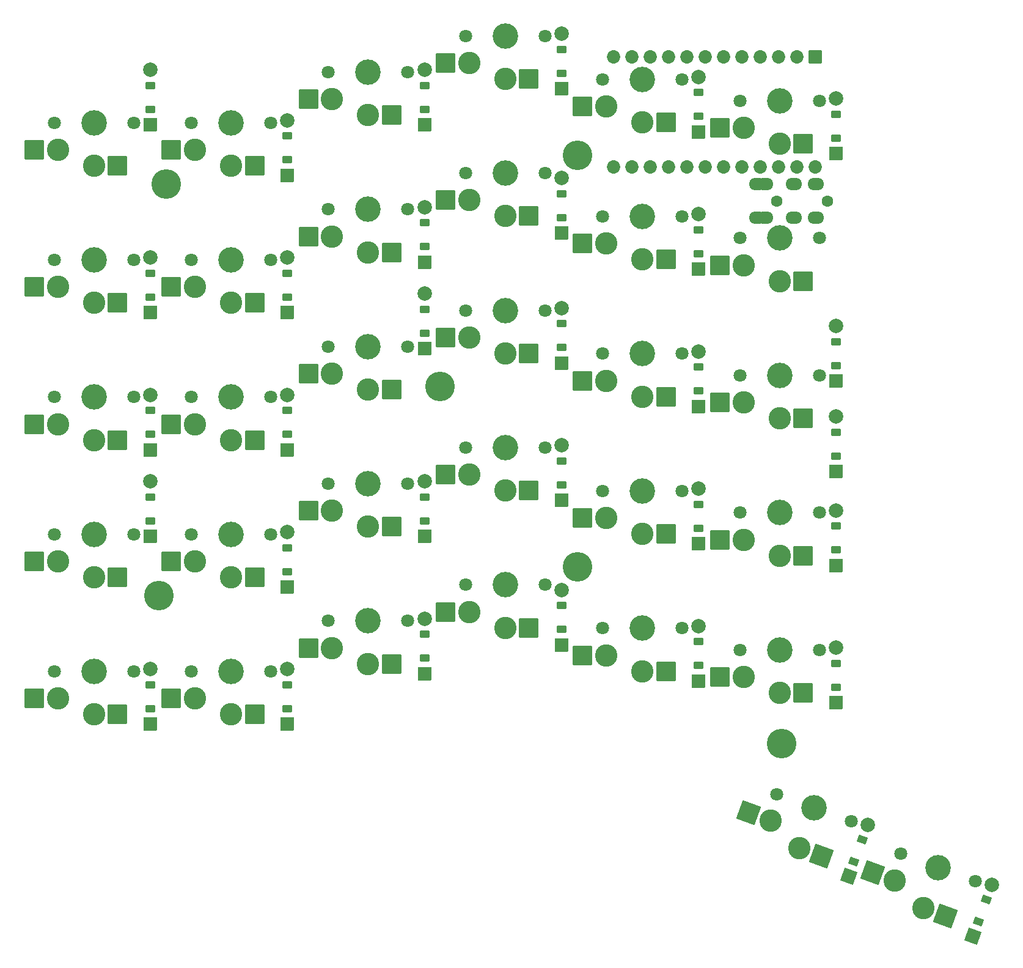
<source format=gbs>
%TF.GenerationSoftware,KiCad,Pcbnew,9.0.6*%
%TF.CreationDate,2025-11-12T16:56:56+01:00*%
%TF.ProjectId,left_finished,6c656674-5f66-4696-9e69-736865642e6b,1*%
%TF.SameCoordinates,Original*%
%TF.FileFunction,Soldermask,Bot*%
%TF.FilePolarity,Negative*%
%FSLAX46Y46*%
G04 Gerber Fmt 4.6, Leading zero omitted, Abs format (unit mm)*
G04 Created by KiCad (PCBNEW 9.0.6) date 2025-11-12 16:56:56*
%MOMM*%
%LPD*%
G01*
G04 APERTURE LIST*
G04 Aperture macros list*
%AMRoundRect*
0 Rectangle with rounded corners*
0 $1 Rounding radius*
0 $2 $3 $4 $5 $6 $7 $8 $9 X,Y pos of 4 corners*
0 Add a 4 corners polygon primitive as box body*
4,1,4,$2,$3,$4,$5,$6,$7,$8,$9,$2,$3,0*
0 Add four circle primitives for the rounded corners*
1,1,$1+$1,$2,$3*
1,1,$1+$1,$4,$5*
1,1,$1+$1,$6,$7*
1,1,$1+$1,$8,$9*
0 Add four rect primitives between the rounded corners*
20,1,$1+$1,$2,$3,$4,$5,0*
20,1,$1+$1,$4,$5,$6,$7,0*
20,1,$1+$1,$6,$7,$8,$9,0*
20,1,$1+$1,$8,$9,$2,$3,0*%
G04 Aperture macros list end*
%ADD10C,1.801800*%
%ADD11C,3.100000*%
%ADD12C,3.529000*%
%ADD13RoundRect,0.050000X1.300000X1.300000X-1.300000X1.300000X-1.300000X-1.300000X1.300000X-1.300000X0*%
%ADD14RoundRect,0.050000X0.889000X-0.889000X0.889000X0.889000X-0.889000X0.889000X-0.889000X-0.889000X0*%
%ADD15RoundRect,0.050000X0.600000X-0.450000X0.600000X0.450000X-0.600000X0.450000X-0.600000X-0.450000X0*%
%ADD16C,2.005000*%
%ADD17C,4.100000*%
%ADD18RoundRect,0.050000X0.531331X-1.139443X1.139443X0.531331X-0.531331X1.139443X-1.139443X-0.531331X0*%
%ADD19RoundRect,0.050000X0.409907X-0.628074X0.717725X0.217650X-0.409907X0.628074X-0.717725X-0.217650X0*%
%ADD20RoundRect,0.050000X1.666227X0.776974X-0.776974X1.666227X-1.666227X-0.776974X0.776974X-1.666227X0*%
%ADD21C,1.600000*%
%ADD22O,2.300000X1.700000*%
%ADD23RoundRect,0.050000X0.876300X0.876300X-0.876300X0.876300X-0.876300X-0.876300X0.876300X-0.876300X0*%
%ADD24C,1.852600*%
G04 APERTURE END LIST*
D10*
%TO.C,S11*%
X202112050Y-177132250D03*
D11*
X196612050Y-183082250D03*
D12*
X196612050Y-177132250D03*
D11*
X191612050Y-180882250D03*
D10*
X191112050Y-177132250D03*
D13*
X199887050Y-183082250D03*
X188337050Y-180882250D03*
%TD*%
D14*
%TO.C,D18*%
X242412050Y-147442250D03*
D15*
X242412050Y-145282250D03*
X242412050Y-141982250D03*
D16*
X242412050Y-139822250D03*
%TD*%
D10*
%TO.C,S4*%
X164112050Y-127132250D03*
D11*
X158612050Y-133082250D03*
D12*
X158612050Y-127132250D03*
D11*
X153612050Y-130882250D03*
D10*
X153112050Y-127132250D03*
D13*
X161887050Y-133082250D03*
X150337050Y-130882250D03*
%TD*%
D10*
%TO.C,S26*%
X259112050Y-181132250D03*
D11*
X253612050Y-187082250D03*
D12*
X253612050Y-181132250D03*
D11*
X248612050Y-184882250D03*
D10*
X248112050Y-181132250D03*
D13*
X256887050Y-187082250D03*
X245337050Y-184882250D03*
%TD*%
D10*
%TO.C,S6*%
X183112050Y-184132250D03*
D11*
X177612050Y-190082250D03*
D12*
X177612050Y-184132250D03*
D11*
X172612050Y-187882250D03*
D10*
X172112050Y-184132250D03*
D13*
X180887050Y-190082250D03*
X169337050Y-187882250D03*
%TD*%
D10*
%TO.C,S9*%
X183112050Y-127132250D03*
D11*
X177612050Y-133082250D03*
D12*
X177612050Y-127132250D03*
D11*
X172612050Y-130882250D03*
D10*
X172112050Y-127132250D03*
D13*
X180887050Y-133082250D03*
X169337050Y-130882250D03*
%TD*%
D10*
%TO.C,S29*%
X259112050Y-124132250D03*
D11*
X253612050Y-130082250D03*
D12*
X253612050Y-124132250D03*
D11*
X248612050Y-127882250D03*
D10*
X248112050Y-124132250D03*
D13*
X256887050Y-130082250D03*
X245337050Y-127882250D03*
%TD*%
D14*
%TO.C,D1*%
X166412050Y-191442250D03*
D15*
X166412050Y-189282250D03*
X166412050Y-185982250D03*
D16*
X166412050Y-183822250D03*
%TD*%
D10*
%TO.C,S28*%
X259112050Y-143132250D03*
D11*
X253612050Y-149082250D03*
D12*
X253612050Y-143132250D03*
D11*
X248612050Y-146882250D03*
D10*
X248112050Y-143132250D03*
D13*
X256887050Y-149082250D03*
X245337050Y-146882250D03*
%TD*%
D17*
%TO.C,*%
X225612050Y-169632250D03*
%TD*%
D14*
%TO.C,D11*%
X204412050Y-127442250D03*
D15*
X204412050Y-125282250D03*
X204412050Y-121982250D03*
D16*
X204412050Y-119822250D03*
%TD*%
D10*
%TO.C,S20*%
X221112050Y-96132250D03*
D11*
X215612050Y-102082250D03*
D12*
X215612050Y-96132250D03*
D11*
X210612050Y-99882250D03*
D10*
X210112050Y-96132250D03*
D13*
X218887050Y-102082250D03*
X207337050Y-99882250D03*
%TD*%
D17*
%TO.C,*%
X206612050Y-144632250D03*
%TD*%
D14*
%TO.C,D24*%
X261412050Y-143942250D03*
D15*
X261412050Y-141782250D03*
X261412050Y-138482250D03*
D16*
X261412050Y-136322250D03*
%TD*%
D14*
%TO.C,D16*%
X242412050Y-185442250D03*
D15*
X242412050Y-183282250D03*
X242412050Y-179982250D03*
D16*
X242412050Y-177822250D03*
%TD*%
D14*
%TO.C,D25*%
X261412050Y-156442250D03*
D15*
X261412050Y-154282250D03*
X261412050Y-150982250D03*
D16*
X261412050Y-148822250D03*
%TD*%
D14*
%TO.C,D6*%
X185412050Y-153442250D03*
D15*
X185412050Y-151282250D03*
X185412050Y-147982250D03*
D16*
X185412050Y-145822250D03*
%TD*%
D14*
%TO.C,D14*%
X223412050Y-141442250D03*
D15*
X223412050Y-139282250D03*
X223412050Y-135982250D03*
D16*
X223412050Y-133822250D03*
%TD*%
D14*
%TO.C,D13*%
X223412050Y-160442250D03*
D15*
X223412050Y-158282250D03*
X223412050Y-154982250D03*
D16*
X223412050Y-152822250D03*
%TD*%
D10*
%TO.C,S2*%
X164112050Y-165132250D03*
D11*
X158612050Y-171082250D03*
D12*
X158612050Y-165132250D03*
D11*
X153612050Y-168882250D03*
D10*
X153112050Y-165132250D03*
D13*
X161887050Y-171082250D03*
X150337050Y-168882250D03*
%TD*%
D14*
%TO.C,D3*%
X166412050Y-134442250D03*
D15*
X166412050Y-132282250D03*
X166412050Y-128982250D03*
D16*
X166412050Y-126822250D03*
%TD*%
D10*
%TO.C,S23*%
X240112050Y-140132250D03*
D11*
X234612050Y-146082250D03*
D12*
X234612050Y-140132250D03*
D11*
X229612050Y-143882250D03*
D10*
X229112050Y-140132250D03*
D13*
X237887050Y-146082250D03*
X226337050Y-143882250D03*
%TD*%
D17*
%TO.C,*%
X167612050Y-173632250D03*
%TD*%
D14*
%TO.C,D20*%
X242412050Y-109442250D03*
D15*
X242412050Y-107282250D03*
X242412050Y-103982250D03*
D16*
X242412050Y-101822250D03*
%TD*%
D10*
%TO.C,S14*%
X202112050Y-120132250D03*
D11*
X196612050Y-126082250D03*
D12*
X196612050Y-120132250D03*
D11*
X191612050Y-123882250D03*
D10*
X191112050Y-120132250D03*
D13*
X199887050Y-126082250D03*
X188337050Y-123882250D03*
%TD*%
D10*
%TO.C,S10*%
X183112050Y-108132250D03*
D11*
X177612050Y-114082250D03*
D12*
X177612050Y-108132250D03*
D11*
X172612050Y-111882250D03*
D10*
X172112050Y-108132250D03*
D13*
X180887050Y-114082250D03*
X169337050Y-111882250D03*
%TD*%
D10*
%TO.C,S12*%
X202112050Y-158132250D03*
D11*
X196612050Y-164082250D03*
D12*
X196612050Y-158132250D03*
D11*
X191612050Y-161882250D03*
D10*
X191112050Y-158132250D03*
D13*
X199887050Y-164082250D03*
X188337050Y-161882250D03*
%TD*%
D10*
%TO.C,S22*%
X240112050Y-159132250D03*
D11*
X234612050Y-165082250D03*
D12*
X234612050Y-159132250D03*
D11*
X229612050Y-162882250D03*
D10*
X229112050Y-159132250D03*
D13*
X237887050Y-165082250D03*
X226337050Y-162882250D03*
%TD*%
D14*
%TO.C,D28*%
X204412050Y-139442250D03*
D15*
X204412050Y-137282250D03*
X204412050Y-133982250D03*
D16*
X204412050Y-131822250D03*
%TD*%
D14*
%TO.C,D10*%
X204412050Y-165442250D03*
D15*
X204412050Y-163282250D03*
X204412050Y-159982250D03*
D16*
X204412050Y-157822250D03*
%TD*%
D14*
%TO.C,D8*%
X185412050Y-115442250D03*
D15*
X185412050Y-113282250D03*
X185412050Y-109982250D03*
D16*
X185412050Y-107822250D03*
%TD*%
D18*
%TO.C,D31*%
X263191485Y-212519160D03*
D19*
X263930249Y-210489424D03*
X265058915Y-207388438D03*
D16*
X265797679Y-205358702D03*
%TD*%
D14*
%TO.C,D23*%
X261412050Y-112442250D03*
D15*
X261412050Y-110282250D03*
X261412050Y-106982250D03*
D16*
X261412050Y-104822250D03*
%TD*%
D10*
%TO.C,S8*%
X183112050Y-146132250D03*
D11*
X177612050Y-152082250D03*
D12*
X177612050Y-146132250D03*
D11*
X172612050Y-149882250D03*
D10*
X172112050Y-146132250D03*
D13*
X180887050Y-152082250D03*
X169337050Y-149882250D03*
%TD*%
D10*
%TO.C,S24*%
X240112050Y-121132250D03*
D11*
X234612050Y-127082250D03*
D12*
X234612050Y-121132250D03*
D11*
X229612050Y-124882250D03*
D10*
X229112050Y-121132250D03*
D13*
X237887050Y-127082250D03*
X226337050Y-124882250D03*
%TD*%
D14*
%TO.C,D30*%
X223412050Y-123442250D03*
D15*
X223412050Y-121282250D03*
X223412050Y-117982250D03*
D16*
X223412050Y-115822250D03*
%TD*%
D10*
%TO.C,S7*%
X183112050Y-165132250D03*
D11*
X177612050Y-171082250D03*
D12*
X177612050Y-165132250D03*
D11*
X172612050Y-168882250D03*
D10*
X172112050Y-165132250D03*
D13*
X180887050Y-171082250D03*
X169337050Y-168882250D03*
%TD*%
D10*
%TO.C,S32*%
X280734681Y-213147160D03*
D11*
X273531352Y-216857220D03*
D12*
X275566372Y-211266049D03*
D11*
X269585333Y-213079796D03*
D10*
X270398063Y-209384938D03*
D20*
X276608845Y-217977336D03*
X266507840Y-211959680D03*
%TD*%
D18*
%TO.C,D32*%
X280395806Y-220802959D03*
D19*
X281134570Y-218773223D03*
X282263236Y-215672237D03*
D16*
X283002000Y-213642501D03*
%TD*%
D14*
%TO.C,D7*%
X185412050Y-134442250D03*
D15*
X185412050Y-132282250D03*
X185412050Y-128982250D03*
D16*
X185412050Y-126822250D03*
%TD*%
D17*
%TO.C,*%
X225612050Y-112632250D03*
%TD*%
D10*
%TO.C,S30*%
X259112050Y-105132250D03*
D11*
X253612050Y-111082250D03*
D12*
X253612050Y-105132250D03*
D11*
X248612050Y-108882250D03*
D10*
X248112050Y-105132250D03*
D13*
X256887050Y-111082250D03*
X245337050Y-108882250D03*
%TD*%
D14*
%TO.C,D21*%
X261412050Y-188442250D03*
D15*
X261412050Y-186282250D03*
X261412050Y-182982250D03*
D16*
X261412050Y-180822250D03*
%TD*%
D17*
%TO.C,*%
X253922000Y-194129795D03*
%TD*%
D14*
%TO.C,D27*%
X166412050Y-108442250D03*
D15*
X166412050Y-106282250D03*
X166412050Y-102982250D03*
D16*
X166412050Y-100822250D03*
%TD*%
D10*
%TO.C,S31*%
X263530359Y-204863361D03*
D11*
X256327030Y-208573421D03*
D12*
X258362050Y-202982250D03*
D11*
X252381011Y-204795997D03*
D10*
X253193741Y-201101139D03*
D20*
X259404523Y-209693537D03*
X249303518Y-203675881D03*
%TD*%
D14*
%TO.C,D17*%
X242412050Y-166442250D03*
D15*
X242412050Y-164282250D03*
X242412050Y-160982250D03*
D16*
X242412050Y-158822250D03*
%TD*%
D10*
%TO.C,S19*%
X221112050Y-115132250D03*
D11*
X215612050Y-121082250D03*
D12*
X215612050Y-115132250D03*
D11*
X210612050Y-118882250D03*
D10*
X210112050Y-115132250D03*
D13*
X218887050Y-121082250D03*
X207337050Y-118882250D03*
%TD*%
D14*
%TO.C,D22*%
X261412050Y-169442250D03*
D15*
X261412050Y-167282250D03*
X261412050Y-163982250D03*
D16*
X261412050Y-161822250D03*
%TD*%
D14*
%TO.C,D9*%
X204412050Y-184442250D03*
D15*
X204412050Y-182282250D03*
X204412050Y-178982250D03*
D16*
X204412050Y-176822250D03*
%TD*%
D10*
%TO.C,S27*%
X259112050Y-162132250D03*
D11*
X253612050Y-168082250D03*
D12*
X253612050Y-162132250D03*
D11*
X248612050Y-165882250D03*
D10*
X248112050Y-162132250D03*
D13*
X256887050Y-168082250D03*
X245337050Y-165882250D03*
%TD*%
D14*
%TO.C,D29*%
X223412050Y-180442250D03*
D15*
X223412050Y-178282250D03*
X223412050Y-174982250D03*
D16*
X223412050Y-172822250D03*
%TD*%
D10*
%TO.C,S21*%
X240112050Y-178132250D03*
D11*
X234612050Y-184082250D03*
D12*
X234612050Y-178132250D03*
D11*
X229612050Y-181882250D03*
D10*
X229112050Y-178132250D03*
D13*
X237887050Y-184082250D03*
X226337050Y-181882250D03*
%TD*%
D14*
%TO.C,D12*%
X204412050Y-108442250D03*
D15*
X204412050Y-106282250D03*
X204412050Y-102982250D03*
D16*
X204412050Y-100822250D03*
%TD*%
D14*
%TO.C,D19*%
X242412050Y-128442250D03*
D15*
X242412050Y-126282250D03*
X242412050Y-122982250D03*
D16*
X242412050Y-120822250D03*
%TD*%
D10*
%TO.C,S13*%
X202112050Y-139132250D03*
D11*
X196612050Y-145082250D03*
D12*
X196612050Y-139132250D03*
D11*
X191612050Y-142882250D03*
D10*
X191112050Y-139132250D03*
D13*
X199887050Y-145082250D03*
X188337050Y-142882250D03*
%TD*%
D10*
%TO.C,S17*%
X221112050Y-153132250D03*
D11*
X215612050Y-159082250D03*
D12*
X215612050Y-153132250D03*
D11*
X210612050Y-156882250D03*
D10*
X210112050Y-153132250D03*
D13*
X218887050Y-159082250D03*
X207337050Y-156882250D03*
%TD*%
D21*
%TO.C,TRRS1*%
X260212050Y-118982250D03*
X253212050Y-118982250D03*
D22*
X250512050Y-116682250D03*
X250512050Y-121282250D03*
X251612050Y-116682250D03*
X251612050Y-121282250D03*
X255612050Y-116682250D03*
X255612050Y-121282250D03*
X258612050Y-116682250D03*
X258612050Y-121282250D03*
%TD*%
D10*
%TO.C,S16*%
X221112050Y-172132250D03*
D11*
X215612050Y-178082250D03*
D12*
X215612050Y-172132250D03*
D11*
X210612050Y-175882250D03*
D10*
X210112050Y-172132250D03*
D13*
X218887050Y-178082250D03*
X207337050Y-175882250D03*
%TD*%
D14*
%TO.C,D5*%
X185412050Y-172442250D03*
D15*
X185412050Y-170282250D03*
X185412050Y-166982250D03*
D16*
X185412050Y-164822250D03*
%TD*%
D10*
%TO.C,S25*%
X240112050Y-102132250D03*
D11*
X234612050Y-108082250D03*
D12*
X234612050Y-102132250D03*
D11*
X229612050Y-105882250D03*
D10*
X229112050Y-102132250D03*
D13*
X237887050Y-108082250D03*
X226337050Y-105882250D03*
%TD*%
D10*
%TO.C,S3*%
X164112050Y-146132250D03*
D11*
X158612050Y-152082250D03*
D12*
X158612050Y-146132250D03*
D11*
X153612050Y-149882250D03*
D10*
X153112050Y-146132250D03*
D13*
X161887050Y-152082250D03*
X150337050Y-149882250D03*
%TD*%
D10*
%TO.C,S15*%
X202112050Y-101132250D03*
D11*
X196612050Y-107082250D03*
D12*
X196612050Y-101132250D03*
D11*
X191612050Y-104882250D03*
D10*
X191112050Y-101132250D03*
D13*
X199887050Y-107082250D03*
X188337050Y-104882250D03*
%TD*%
D14*
%TO.C,D26*%
X166412050Y-165442250D03*
D15*
X166412050Y-163282250D03*
X166412050Y-159982250D03*
D16*
X166412050Y-157822250D03*
%TD*%
D10*
%TO.C,S1*%
X164112050Y-184132250D03*
D11*
X158612050Y-190082250D03*
D12*
X158612050Y-184132250D03*
D11*
X153612050Y-187882250D03*
D10*
X153112050Y-184132250D03*
D13*
X161887050Y-190082250D03*
X150337050Y-187882250D03*
%TD*%
D10*
%TO.C,S18*%
X221112050Y-134132250D03*
D11*
X215612050Y-140082250D03*
D12*
X215612050Y-134132250D03*
D11*
X210612050Y-137882250D03*
D10*
X210112050Y-134132250D03*
D13*
X218887050Y-140082250D03*
X207337050Y-137882250D03*
%TD*%
D14*
%TO.C,D2*%
X166412050Y-153442250D03*
D15*
X166412050Y-151282250D03*
X166412050Y-147982250D03*
D16*
X166412050Y-145822250D03*
%TD*%
D10*
%TO.C,S5*%
X164112050Y-108132250D03*
D11*
X158612050Y-114082250D03*
D12*
X158612050Y-108132250D03*
D11*
X153612050Y-111882250D03*
D10*
X153112050Y-108132250D03*
D13*
X161887050Y-114082250D03*
X150337050Y-111882250D03*
%TD*%
D23*
%TO.C,MCU1*%
X258582050Y-99012250D03*
D24*
X256042050Y-99012250D03*
X253502050Y-99012250D03*
X250962050Y-99012250D03*
X248422050Y-99012250D03*
X245882050Y-99012250D03*
X243342050Y-99012250D03*
X240802050Y-99012250D03*
X238262050Y-99012250D03*
X235722050Y-99012250D03*
X233182050Y-99012250D03*
X230642050Y-99012250D03*
X258582050Y-114252250D03*
X256042050Y-114252250D03*
X253502050Y-114252250D03*
X250962050Y-114252250D03*
X248422050Y-114252250D03*
X245882050Y-114252250D03*
X243342050Y-114252250D03*
X240802050Y-114252250D03*
X238262050Y-114252250D03*
X235722050Y-114252250D03*
X233182050Y-114252250D03*
X230642050Y-114252250D03*
%TD*%
D14*
%TO.C,D15*%
X223412050Y-103442250D03*
D15*
X223412050Y-101282250D03*
X223412050Y-97982250D03*
D16*
X223412050Y-95822250D03*
%TD*%
D14*
%TO.C,D4*%
X185412050Y-191442250D03*
D15*
X185412050Y-189282250D03*
X185412050Y-185982250D03*
D16*
X185412050Y-183822250D03*
%TD*%
D17*
%TO.C,*%
X168612050Y-116632250D03*
%TD*%
M02*

</source>
